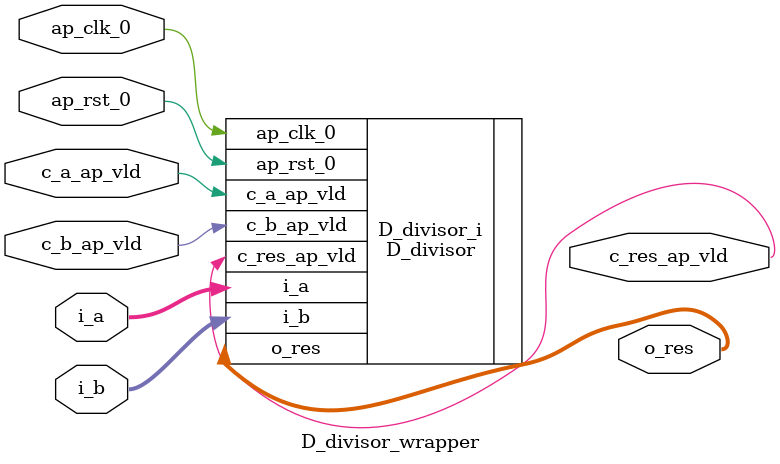
<source format=v>
`timescale 1 ps / 1 ps

module D_divisor_wrapper
   (ap_clk_0,
    ap_rst_0,
    c_a_ap_vld,
    c_b_ap_vld,
    c_res_ap_vld,
    i_a,
    i_b,
    o_res);
  input ap_clk_0;
  input ap_rst_0;
  input c_a_ap_vld;
  input c_b_ap_vld;
  output c_res_ap_vld;
  input [31:0]i_a;
  input [31:0]i_b;
  output [31:0]o_res;

  wire ap_clk_0;
  wire ap_rst_0;
  wire c_a_ap_vld;
  wire c_b_ap_vld;
  wire c_res_ap_vld;
  wire [31:0]i_a;
  wire [31:0]i_b;
  wire [31:0]o_res;

  D_divisor D_divisor_i
       (.ap_clk_0(ap_clk_0),
        .ap_rst_0(ap_rst_0),
        .c_a_ap_vld(c_a_ap_vld),
        .c_b_ap_vld(c_b_ap_vld),
        .c_res_ap_vld(c_res_ap_vld),
        .i_a(i_a),
        .i_b(i_b),
        .o_res(o_res));
endmodule

</source>
